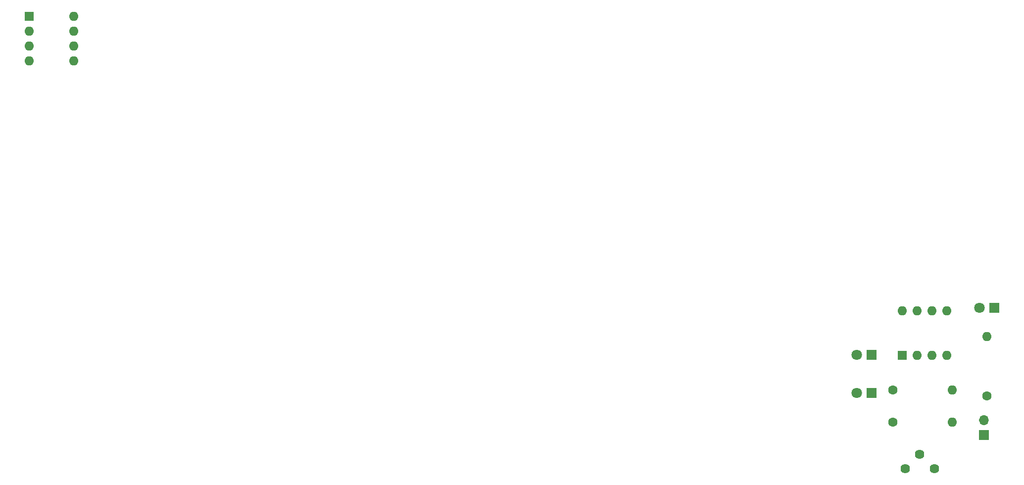
<source format=gbr>
%TF.GenerationSoftware,KiCad,Pcbnew,8.0.8-8.0.8-0~ubuntu24.04.1*%
%TF.CreationDate,2025-05-21T20:48:51+05:30*%
%TF.ProjectId,2,322e6b69-6361-4645-9f70-636258585858,rev?*%
%TF.SameCoordinates,Original*%
%TF.FileFunction,Soldermask,Top*%
%TF.FilePolarity,Negative*%
%FSLAX46Y46*%
G04 Gerber Fmt 4.6, Leading zero omitted, Abs format (unit mm)*
G04 Created by KiCad (PCBNEW 8.0.8-8.0.8-0~ubuntu24.04.1) date 2025-05-21 20:48:51*
%MOMM*%
%LPD*%
G01*
G04 APERTURE LIST*
%ADD10R,1.800000X1.800000*%
%ADD11C,1.800000*%
%ADD12C,1.620000*%
%ADD13R,1.600000X1.600000*%
%ADD14O,1.600000X1.600000*%
%ADD15R,1.700000X1.700000*%
%ADD16O,1.700000X1.700000*%
%ADD17C,1.600000*%
G04 APERTURE END LIST*
D10*
%TO.C,IR LED*%
X145270000Y-66000000D03*
D11*
X142730000Y-66000000D03*
%TD*%
D10*
%TO.C,PHOTODIODE*%
X145270000Y-59500000D03*
D11*
X142730000Y-59500000D03*
%TD*%
D12*
%TO.C,10K-PONTENTIOMETER*%
X151000000Y-79000000D03*
X153500000Y-76500000D03*
X156000000Y-79000000D03*
%TD*%
D10*
%TO.C,LED*%
X166270000Y-51500000D03*
D11*
X163730000Y-51500000D03*
%TD*%
D13*
%TO.C,LM358*%
X1125000Y-1575000D03*
D14*
X1125000Y-4115000D03*
X1125000Y-6655000D03*
X1125000Y-9195000D03*
X8745000Y-9195000D03*
X8745000Y-6655000D03*
X8745000Y-4115000D03*
X8745000Y-1575000D03*
%TD*%
D15*
%TO.C,POWER*%
X164500000Y-73275000D03*
D16*
X164500000Y-70735000D03*
%TD*%
D17*
%TO.C,220R*%
X165000000Y-66580000D03*
D14*
X165000000Y-56420000D03*
%TD*%
D13*
%TO.C,LM358*%
X150460000Y-59620000D03*
D14*
X153000000Y-59620000D03*
X155540000Y-59620000D03*
X158080000Y-59620000D03*
X158080000Y-52000000D03*
X155540000Y-52000000D03*
X153000000Y-52000000D03*
X150460000Y-52000000D03*
%TD*%
D17*
%TO.C,10KR*%
X148920000Y-65500000D03*
D14*
X159080000Y-65500000D03*
%TD*%
D17*
%TO.C,220R*%
X148920000Y-71000000D03*
D14*
X159080000Y-71000000D03*
%TD*%
M02*

</source>
